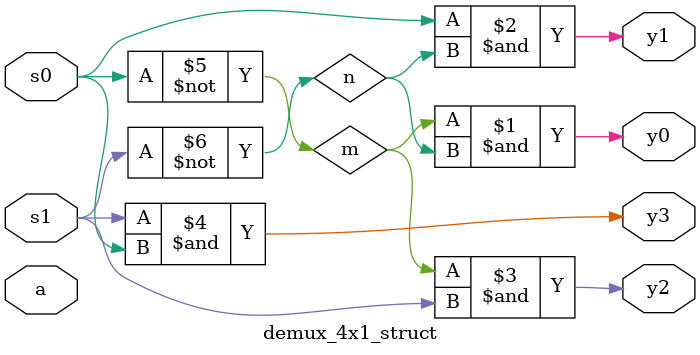
<source format=v>

module demux_4x1_struct(a,y0,y1,y2,y3,s0,s1);
input a,s0,s1;
output y0,y1,y2,y3;
wire m,n;
not(m,s0);
not(n,s1);
and(y0,m,n);
and(y1,s0,n);
and(y2,m,s1);
and(y3,s1,s0);

endmodule

</source>
